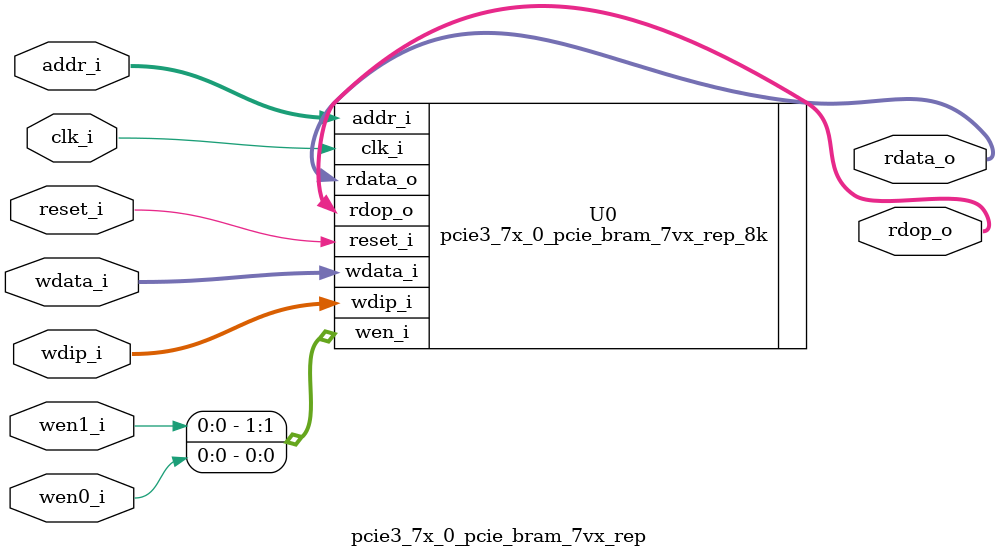
<source format=v>

`timescale 1ps/1ps

module pcie3_7x_0_pcie_bram_7vx_rep #(

  parameter IMPL_TARGET = "HARD",         // the implementation target, HARD or SOFT
  parameter NO_DECODE_LOGIC = "TRUE",     // No decode logic, TRUE or FALSE
  parameter INTERFACE_SPEED = "500 MHZ",  // the memory interface speed, 500 MHz or 250 MHz.
  parameter COMPLETION_SPACE = "16 KB"    // the completion FIFO spec, 8KB or 16KB

) (
  input               clk_i,     // user clock
  input               reset_i,   // bram reset

  input    [8:0]      addr_i,    // write address
  input  [127:0]      wdata_i,   // write data
  input   [15:0]      wdip_i,    // write parity
  input               wen0_i,    // write enable
  input               wen1_i,    // write enable

  output [127:0]      rdata_o,   // read data
  output  [15:0]      rdop_o     // read parity

);


  pcie3_7x_0_pcie_bram_7vx_rep_8k # (

    .IMPL_TARGET(IMPL_TARGET),
    .NO_DECODE_LOGIC(NO_DECODE_LOGIC),
    .INTERFACE_SPEED(INTERFACE_SPEED),
    .COMPLETION_SPACE(COMPLETION_SPACE)


  )
  U0
  (
    .clk_i              (clk_i),
    .reset_i            (reset_i),

    .addr_i             (addr_i[8:0]),
    .wdata_i            (wdata_i[127:0]),
    .wdip_i             (wdip_i[15:0]),
    .wen_i              ({wen1_i, wen0_i}),

    .rdata_o            (rdata_o[127:0]),
    .rdop_o             (rdop_o[15:0])

  );

endmodule // pcie_bram_7x_rep

</source>
